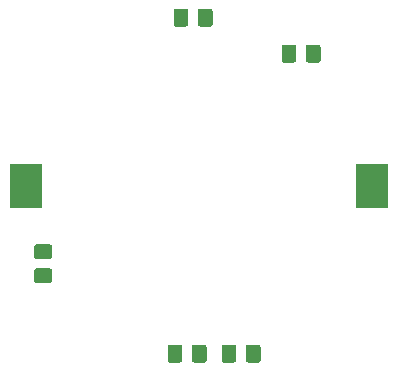
<source format=gbr>
G04 #@! TF.GenerationSoftware,KiCad,Pcbnew,(5.1.4)-1*
G04 #@! TF.CreationDate,2020-01-31T15:03:28+00:00*
G04 #@! TF.ProjectId,KeepCalm,4b656570-4361-46c6-9d2e-6b696361645f,rev?*
G04 #@! TF.SameCoordinates,Original*
G04 #@! TF.FileFunction,Soldermask,Bot*
G04 #@! TF.FilePolarity,Negative*
%FSLAX46Y46*%
G04 Gerber Fmt 4.6, Leading zero omitted, Abs format (unit mm)*
G04 Created by KiCad (PCBNEW (5.1.4)-1) date 2020-01-31 15:03:28*
%MOMM*%
%LPD*%
G04 APERTURE LIST*
%ADD10C,0.100000*%
G04 APERTURE END LIST*
D10*
G36*
X155394674Y-102377465D02*
G01*
X155432367Y-102388899D01*
X155467103Y-102407466D01*
X155497548Y-102432452D01*
X155522534Y-102462897D01*
X155541101Y-102497633D01*
X155552535Y-102535326D01*
X155557000Y-102580661D01*
X155557000Y-103667339D01*
X155552535Y-103712674D01*
X155541101Y-103750367D01*
X155522534Y-103785103D01*
X155497548Y-103815548D01*
X155467103Y-103840534D01*
X155432367Y-103859101D01*
X155394674Y-103870535D01*
X155349339Y-103875000D01*
X154512661Y-103875000D01*
X154467326Y-103870535D01*
X154429633Y-103859101D01*
X154394897Y-103840534D01*
X154364452Y-103815548D01*
X154339466Y-103785103D01*
X154320899Y-103750367D01*
X154309465Y-103712674D01*
X154305000Y-103667339D01*
X154305000Y-102580661D01*
X154309465Y-102535326D01*
X154320899Y-102497633D01*
X154339466Y-102462897D01*
X154364452Y-102432452D01*
X154394897Y-102407466D01*
X154429633Y-102388899D01*
X154467326Y-102377465D01*
X154512661Y-102373000D01*
X155349339Y-102373000D01*
X155394674Y-102377465D01*
X155394674Y-102377465D01*
G37*
G36*
X152872674Y-102377465D02*
G01*
X152910367Y-102388899D01*
X152945103Y-102407466D01*
X152975548Y-102432452D01*
X153000534Y-102462897D01*
X153019101Y-102497633D01*
X153030535Y-102535326D01*
X153035000Y-102580661D01*
X153035000Y-103667339D01*
X153030535Y-103712674D01*
X153019101Y-103750367D01*
X153000534Y-103785103D01*
X152975548Y-103815548D01*
X152945103Y-103840534D01*
X152910367Y-103859101D01*
X152872674Y-103870535D01*
X152827339Y-103875000D01*
X151990661Y-103875000D01*
X151945326Y-103870535D01*
X151907633Y-103859101D01*
X151872897Y-103840534D01*
X151842452Y-103815548D01*
X151817466Y-103785103D01*
X151798899Y-103750367D01*
X151787465Y-103712674D01*
X151783000Y-103667339D01*
X151783000Y-102580661D01*
X151787465Y-102535326D01*
X151798899Y-102497633D01*
X151817466Y-102462897D01*
X151842452Y-102432452D01*
X151872897Y-102407466D01*
X151907633Y-102388899D01*
X151945326Y-102377465D01*
X151990661Y-102373000D01*
X152827339Y-102373000D01*
X152872674Y-102377465D01*
X152872674Y-102377465D01*
G37*
G36*
X150822674Y-102377465D02*
G01*
X150860367Y-102388899D01*
X150895103Y-102407466D01*
X150925548Y-102432452D01*
X150950534Y-102462897D01*
X150969101Y-102497633D01*
X150980535Y-102535326D01*
X150985000Y-102580661D01*
X150985000Y-103667339D01*
X150980535Y-103712674D01*
X150969101Y-103750367D01*
X150950534Y-103785103D01*
X150925548Y-103815548D01*
X150895103Y-103840534D01*
X150860367Y-103859101D01*
X150822674Y-103870535D01*
X150777339Y-103875000D01*
X149940661Y-103875000D01*
X149895326Y-103870535D01*
X149857633Y-103859101D01*
X149822897Y-103840534D01*
X149792452Y-103815548D01*
X149767466Y-103785103D01*
X149748899Y-103750367D01*
X149737465Y-103712674D01*
X149733000Y-103667339D01*
X149733000Y-102580661D01*
X149737465Y-102535326D01*
X149748899Y-102497633D01*
X149767466Y-102462897D01*
X149792452Y-102432452D01*
X149822897Y-102407466D01*
X149857633Y-102388899D01*
X149895326Y-102377465D01*
X149940661Y-102373000D01*
X150777339Y-102373000D01*
X150822674Y-102377465D01*
X150822674Y-102377465D01*
G37*
G36*
X157444674Y-102377465D02*
G01*
X157482367Y-102388899D01*
X157517103Y-102407466D01*
X157547548Y-102432452D01*
X157572534Y-102462897D01*
X157591101Y-102497633D01*
X157602535Y-102535326D01*
X157607000Y-102580661D01*
X157607000Y-103667339D01*
X157602535Y-103712674D01*
X157591101Y-103750367D01*
X157572534Y-103785103D01*
X157547548Y-103815548D01*
X157517103Y-103840534D01*
X157482367Y-103859101D01*
X157444674Y-103870535D01*
X157399339Y-103875000D01*
X156562661Y-103875000D01*
X156517326Y-103870535D01*
X156479633Y-103859101D01*
X156444897Y-103840534D01*
X156414452Y-103815548D01*
X156389466Y-103785103D01*
X156370899Y-103750367D01*
X156359465Y-103712674D01*
X156355000Y-103667339D01*
X156355000Y-102580661D01*
X156359465Y-102535326D01*
X156370899Y-102497633D01*
X156389466Y-102462897D01*
X156414452Y-102432452D01*
X156444897Y-102407466D01*
X156479633Y-102388899D01*
X156517326Y-102377465D01*
X156562661Y-102373000D01*
X157399339Y-102373000D01*
X157444674Y-102377465D01*
X157444674Y-102377465D01*
G37*
G36*
X139780674Y-95907465D02*
G01*
X139818367Y-95918899D01*
X139853103Y-95937466D01*
X139883548Y-95962452D01*
X139908534Y-95992897D01*
X139927101Y-96027633D01*
X139938535Y-96065326D01*
X139943000Y-96110661D01*
X139943000Y-96947339D01*
X139938535Y-96992674D01*
X139927101Y-97030367D01*
X139908534Y-97065103D01*
X139883548Y-97095548D01*
X139853103Y-97120534D01*
X139818367Y-97139101D01*
X139780674Y-97150535D01*
X139735339Y-97155000D01*
X138648661Y-97155000D01*
X138603326Y-97150535D01*
X138565633Y-97139101D01*
X138530897Y-97120534D01*
X138500452Y-97095548D01*
X138475466Y-97065103D01*
X138456899Y-97030367D01*
X138445465Y-96992674D01*
X138441000Y-96947339D01*
X138441000Y-96110661D01*
X138445465Y-96065326D01*
X138456899Y-96027633D01*
X138475466Y-95992897D01*
X138500452Y-95962452D01*
X138530897Y-95937466D01*
X138565633Y-95918899D01*
X138603326Y-95907465D01*
X138648661Y-95903000D01*
X139735339Y-95903000D01*
X139780674Y-95907465D01*
X139780674Y-95907465D01*
G37*
G36*
X139780674Y-93857465D02*
G01*
X139818367Y-93868899D01*
X139853103Y-93887466D01*
X139883548Y-93912452D01*
X139908534Y-93942897D01*
X139927101Y-93977633D01*
X139938535Y-94015326D01*
X139943000Y-94060661D01*
X139943000Y-94897339D01*
X139938535Y-94942674D01*
X139927101Y-94980367D01*
X139908534Y-95015103D01*
X139883548Y-95045548D01*
X139853103Y-95070534D01*
X139818367Y-95089101D01*
X139780674Y-95100535D01*
X139735339Y-95105000D01*
X138648661Y-95105000D01*
X138603326Y-95100535D01*
X138565633Y-95089101D01*
X138530897Y-95070534D01*
X138500452Y-95045548D01*
X138475466Y-95015103D01*
X138456899Y-94980367D01*
X138445465Y-94942674D01*
X138441000Y-94897339D01*
X138441000Y-94060661D01*
X138445465Y-94015326D01*
X138456899Y-93977633D01*
X138475466Y-93942897D01*
X138500452Y-93912452D01*
X138530897Y-93887466D01*
X138565633Y-93868899D01*
X138603326Y-93857465D01*
X138648661Y-93853000D01*
X139735339Y-93853000D01*
X139780674Y-93857465D01*
X139780674Y-93857465D01*
G37*
G36*
X168401000Y-90751000D02*
G01*
X165699000Y-90751000D01*
X165699000Y-87049000D01*
X168401000Y-87049000D01*
X168401000Y-90751000D01*
X168401000Y-90751000D01*
G37*
G36*
X139101000Y-90751000D02*
G01*
X136399000Y-90751000D01*
X136399000Y-87049000D01*
X139101000Y-87049000D01*
X139101000Y-90751000D01*
X139101000Y-90751000D01*
G37*
G36*
X162524674Y-76977465D02*
G01*
X162562367Y-76988899D01*
X162597103Y-77007466D01*
X162627548Y-77032452D01*
X162652534Y-77062897D01*
X162671101Y-77097633D01*
X162682535Y-77135326D01*
X162687000Y-77180661D01*
X162687000Y-78267339D01*
X162682535Y-78312674D01*
X162671101Y-78350367D01*
X162652534Y-78385103D01*
X162627548Y-78415548D01*
X162597103Y-78440534D01*
X162562367Y-78459101D01*
X162524674Y-78470535D01*
X162479339Y-78475000D01*
X161642661Y-78475000D01*
X161597326Y-78470535D01*
X161559633Y-78459101D01*
X161524897Y-78440534D01*
X161494452Y-78415548D01*
X161469466Y-78385103D01*
X161450899Y-78350367D01*
X161439465Y-78312674D01*
X161435000Y-78267339D01*
X161435000Y-77180661D01*
X161439465Y-77135326D01*
X161450899Y-77097633D01*
X161469466Y-77062897D01*
X161494452Y-77032452D01*
X161524897Y-77007466D01*
X161559633Y-76988899D01*
X161597326Y-76977465D01*
X161642661Y-76973000D01*
X162479339Y-76973000D01*
X162524674Y-76977465D01*
X162524674Y-76977465D01*
G37*
G36*
X160474674Y-76977465D02*
G01*
X160512367Y-76988899D01*
X160547103Y-77007466D01*
X160577548Y-77032452D01*
X160602534Y-77062897D01*
X160621101Y-77097633D01*
X160632535Y-77135326D01*
X160637000Y-77180661D01*
X160637000Y-78267339D01*
X160632535Y-78312674D01*
X160621101Y-78350367D01*
X160602534Y-78385103D01*
X160577548Y-78415548D01*
X160547103Y-78440534D01*
X160512367Y-78459101D01*
X160474674Y-78470535D01*
X160429339Y-78475000D01*
X159592661Y-78475000D01*
X159547326Y-78470535D01*
X159509633Y-78459101D01*
X159474897Y-78440534D01*
X159444452Y-78415548D01*
X159419466Y-78385103D01*
X159400899Y-78350367D01*
X159389465Y-78312674D01*
X159385000Y-78267339D01*
X159385000Y-77180661D01*
X159389465Y-77135326D01*
X159400899Y-77097633D01*
X159419466Y-77062897D01*
X159444452Y-77032452D01*
X159474897Y-77007466D01*
X159509633Y-76988899D01*
X159547326Y-76977465D01*
X159592661Y-76973000D01*
X160429339Y-76973000D01*
X160474674Y-76977465D01*
X160474674Y-76977465D01*
G37*
G36*
X151330674Y-73929465D02*
G01*
X151368367Y-73940899D01*
X151403103Y-73959466D01*
X151433548Y-73984452D01*
X151458534Y-74014897D01*
X151477101Y-74049633D01*
X151488535Y-74087326D01*
X151493000Y-74132661D01*
X151493000Y-75219339D01*
X151488535Y-75264674D01*
X151477101Y-75302367D01*
X151458534Y-75337103D01*
X151433548Y-75367548D01*
X151403103Y-75392534D01*
X151368367Y-75411101D01*
X151330674Y-75422535D01*
X151285339Y-75427000D01*
X150448661Y-75427000D01*
X150403326Y-75422535D01*
X150365633Y-75411101D01*
X150330897Y-75392534D01*
X150300452Y-75367548D01*
X150275466Y-75337103D01*
X150256899Y-75302367D01*
X150245465Y-75264674D01*
X150241000Y-75219339D01*
X150241000Y-74132661D01*
X150245465Y-74087326D01*
X150256899Y-74049633D01*
X150275466Y-74014897D01*
X150300452Y-73984452D01*
X150330897Y-73959466D01*
X150365633Y-73940899D01*
X150403326Y-73929465D01*
X150448661Y-73925000D01*
X151285339Y-73925000D01*
X151330674Y-73929465D01*
X151330674Y-73929465D01*
G37*
G36*
X153380674Y-73929465D02*
G01*
X153418367Y-73940899D01*
X153453103Y-73959466D01*
X153483548Y-73984452D01*
X153508534Y-74014897D01*
X153527101Y-74049633D01*
X153538535Y-74087326D01*
X153543000Y-74132661D01*
X153543000Y-75219339D01*
X153538535Y-75264674D01*
X153527101Y-75302367D01*
X153508534Y-75337103D01*
X153483548Y-75367548D01*
X153453103Y-75392534D01*
X153418367Y-75411101D01*
X153380674Y-75422535D01*
X153335339Y-75427000D01*
X152498661Y-75427000D01*
X152453326Y-75422535D01*
X152415633Y-75411101D01*
X152380897Y-75392534D01*
X152350452Y-75367548D01*
X152325466Y-75337103D01*
X152306899Y-75302367D01*
X152295465Y-75264674D01*
X152291000Y-75219339D01*
X152291000Y-74132661D01*
X152295465Y-74087326D01*
X152306899Y-74049633D01*
X152325466Y-74014897D01*
X152350452Y-73984452D01*
X152380897Y-73959466D01*
X152415633Y-73940899D01*
X152453326Y-73929465D01*
X152498661Y-73925000D01*
X153335339Y-73925000D01*
X153380674Y-73929465D01*
X153380674Y-73929465D01*
G37*
M02*

</source>
